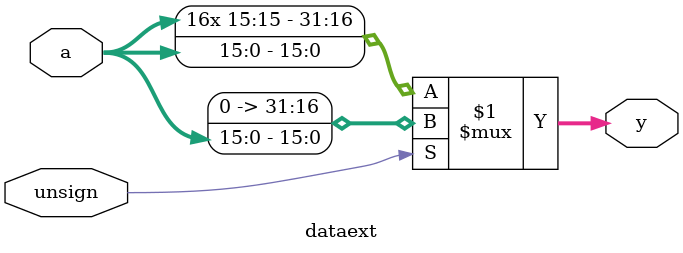
<source format=v>
`timescale 1ns / 1ps


module dataext(
	input wire[15:0] a,
	input wire unsign,
	output wire[31:0] y
    );

	assign y = unsign?{{16{1'b0}},a}:{{16{a[15]}},a};
endmodule

</source>
